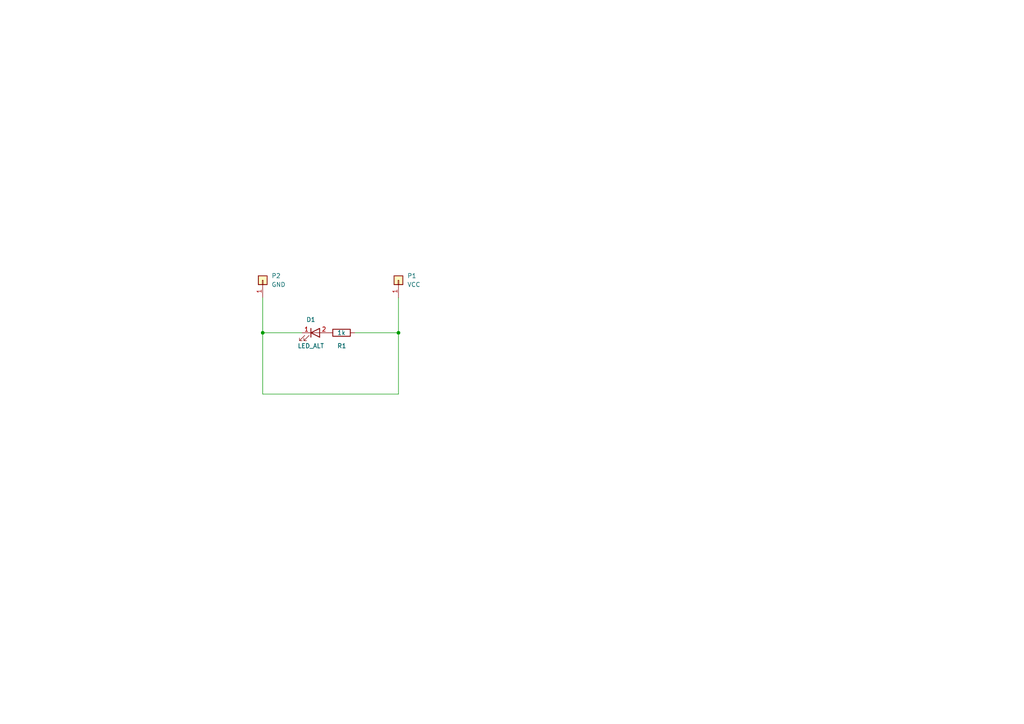
<source format=kicad_sch>
(kicad_sch (version 20211123) (generator eeschema)

  (uuid dd43b382-7c16-4f52-bfa7-b79645cede9a)

  (paper "A4")

  (lib_symbols
    (symbol "Connector_Generic:Conn_01x01" (pin_names (offset 1.016) hide) (in_bom yes) (on_board yes)
      (property "Reference" "J" (id 0) (at 0 2.54 0)
        (effects (font (size 1.27 1.27)))
      )
      (property "Value" "Conn_01x01" (id 1) (at 0 -2.54 0)
        (effects (font (size 1.27 1.27)))
      )
      (property "Footprint" "" (id 2) (at 0 0 0)
        (effects (font (size 1.27 1.27)) hide)
      )
      (property "Datasheet" "~" (id 3) (at 0 0 0)
        (effects (font (size 1.27 1.27)) hide)
      )
      (property "ki_keywords" "connector" (id 4) (at 0 0 0)
        (effects (font (size 1.27 1.27)) hide)
      )
      (property "ki_description" "Generic connector, single row, 01x01, script generated (kicad-library-utils/schlib/autogen/connector/)" (id 5) (at 0 0 0)
        (effects (font (size 1.27 1.27)) hide)
      )
      (property "ki_fp_filters" "Connector*:*_1x??_*" (id 6) (at 0 0 0)
        (effects (font (size 1.27 1.27)) hide)
      )
      (symbol "Conn_01x01_1_1"
        (rectangle (start -1.27 0.127) (end 0 -0.127)
          (stroke (width 0.1524) (type default) (color 0 0 0 0))
          (fill (type none))
        )
        (rectangle (start -1.27 1.27) (end 1.27 -1.27)
          (stroke (width 0.254) (type default) (color 0 0 0 0))
          (fill (type background))
        )
        (pin passive line (at -5.08 0 0) (length 3.81)
          (name "Pin_1" (effects (font (size 1.27 1.27))))
          (number "1" (effects (font (size 1.27 1.27))))
        )
      )
    )
    (symbol "Device:LED" (pin_names (offset 1.016) hide) (in_bom yes) (on_board yes)
      (property "Reference" "D" (id 0) (at 0 2.54 0)
        (effects (font (size 1.27 1.27)))
      )
      (property "Value" "LED" (id 1) (at 0 -2.54 0)
        (effects (font (size 1.27 1.27)))
      )
      (property "Footprint" "" (id 2) (at 0 0 0)
        (effects (font (size 1.27 1.27)) hide)
      )
      (property "Datasheet" "~" (id 3) (at 0 0 0)
        (effects (font (size 1.27 1.27)) hide)
      )
      (property "ki_keywords" "LED diode" (id 4) (at 0 0 0)
        (effects (font (size 1.27 1.27)) hide)
      )
      (property "ki_description" "Light emitting diode" (id 5) (at 0 0 0)
        (effects (font (size 1.27 1.27)) hide)
      )
      (property "ki_fp_filters" "LED* LED_SMD:* LED_THT:*" (id 6) (at 0 0 0)
        (effects (font (size 1.27 1.27)) hide)
      )
      (symbol "LED_0_1"
        (polyline
          (pts
            (xy -1.27 -1.27)
            (xy -1.27 1.27)
          )
          (stroke (width 0.254) (type default) (color 0 0 0 0))
          (fill (type none))
        )
        (polyline
          (pts
            (xy -1.27 0)
            (xy 1.27 0)
          )
          (stroke (width 0) (type default) (color 0 0 0 0))
          (fill (type none))
        )
        (polyline
          (pts
            (xy 1.27 -1.27)
            (xy 1.27 1.27)
            (xy -1.27 0)
            (xy 1.27 -1.27)
          )
          (stroke (width 0.254) (type default) (color 0 0 0 0))
          (fill (type none))
        )
        (polyline
          (pts
            (xy -3.048 -0.762)
            (xy -4.572 -2.286)
            (xy -3.81 -2.286)
            (xy -4.572 -2.286)
            (xy -4.572 -1.524)
          )
          (stroke (width 0) (type default) (color 0 0 0 0))
          (fill (type none))
        )
        (polyline
          (pts
            (xy -1.778 -0.762)
            (xy -3.302 -2.286)
            (xy -2.54 -2.286)
            (xy -3.302 -2.286)
            (xy -3.302 -1.524)
          )
          (stroke (width 0) (type default) (color 0 0 0 0))
          (fill (type none))
        )
      )
      (symbol "LED_1_1"
        (pin passive line (at -3.81 0 0) (length 2.54)
          (name "K" (effects (font (size 1.27 1.27))))
          (number "1" (effects (font (size 1.27 1.27))))
        )
        (pin passive line (at 3.81 0 180) (length 2.54)
          (name "A" (effects (font (size 1.27 1.27))))
          (number "2" (effects (font (size 1.27 1.27))))
        )
      )
    )
    (symbol "Device:R" (pin_numbers hide) (pin_names (offset 0)) (in_bom yes) (on_board yes)
      (property "Reference" "R" (id 0) (at 2.032 0 90)
        (effects (font (size 1.27 1.27)))
      )
      (property "Value" "R" (id 1) (at 0 0 90)
        (effects (font (size 1.27 1.27)))
      )
      (property "Footprint" "" (id 2) (at -1.778 0 90)
        (effects (font (size 1.27 1.27)) hide)
      )
      (property "Datasheet" "~" (id 3) (at 0 0 0)
        (effects (font (size 1.27 1.27)) hide)
      )
      (property "ki_keywords" "R res resistor" (id 4) (at 0 0 0)
        (effects (font (size 1.27 1.27)) hide)
      )
      (property "ki_description" "Resistor" (id 5) (at 0 0 0)
        (effects (font (size 1.27 1.27)) hide)
      )
      (property "ki_fp_filters" "R_*" (id 6) (at 0 0 0)
        (effects (font (size 1.27 1.27)) hide)
      )
      (symbol "R_0_1"
        (rectangle (start -1.016 -2.54) (end 1.016 2.54)
          (stroke (width 0.254) (type default) (color 0 0 0 0))
          (fill (type none))
        )
      )
      (symbol "R_1_1"
        (pin passive line (at 0 3.81 270) (length 1.27)
          (name "~" (effects (font (size 1.27 1.27))))
          (number "1" (effects (font (size 1.27 1.27))))
        )
        (pin passive line (at 0 -3.81 90) (length 1.27)
          (name "~" (effects (font (size 1.27 1.27))))
          (number "2" (effects (font (size 1.27 1.27))))
        )
      )
    )
  )

  (junction (at 115.57 96.52) (diameter 0) (color 0 0 0 0)
    (uuid 795493b7-5e5b-4a1c-911f-7209dc867dbd)
  )
  (junction (at 76.2 96.52) (diameter 0) (color 0 0 0 0)
    (uuid cc7026da-076f-48a1-96bf-4f4fdcdb2e24)
  )

  (wire (pts (xy 115.57 86.36) (xy 115.57 96.52))
    (stroke (width 0) (type default) (color 0 0 0 0))
    (uuid 17a9d0c3-8d30-46e5-aef2-55b03cb59b45)
  )
  (wire (pts (xy 76.2 96.52) (xy 87.63 96.52))
    (stroke (width 0) (type default) (color 0 0 0 0))
    (uuid 4b198db2-0798-4f50-9cd3-9a4a318513ff)
  )
  (wire (pts (xy 115.57 96.52) (xy 115.57 114.3))
    (stroke (width 0) (type default) (color 0 0 0 0))
    (uuid 5d7fecf1-afee-4bc9-ae3e-14098c2549df)
  )
  (wire (pts (xy 76.2 114.3) (xy 76.2 96.52))
    (stroke (width 0) (type default) (color 0 0 0 0))
    (uuid 74ddc4ed-8d4d-4f4f-84ab-d782f892fe4b)
  )
  (wire (pts (xy 102.87 96.52) (xy 115.57 96.52))
    (stroke (width 0) (type default) (color 0 0 0 0))
    (uuid a1bed687-0d83-4a97-bf75-846770f587a9)
  )
  (wire (pts (xy 115.57 114.3) (xy 76.2 114.3))
    (stroke (width 0) (type default) (color 0 0 0 0))
    (uuid feb68c3e-29c0-4c96-9533-a004a77801e6)
  )
  (wire (pts (xy 76.2 96.52) (xy 76.2 86.36))
    (stroke (width 0) (type default) (color 0 0 0 0))
    (uuid feda097c-9f12-4d3d-919a-f66369696e53)
  )

  (symbol (lib_id "Device:R") (at 99.06 96.52 90) (unit 1)
    (in_bom yes) (on_board yes)
    (uuid 204b4b82-e939-4a42-9e16-7cb997df2d42)
    (property "Reference" "R1" (id 0) (at 97.79 100.33 90)
      (effects (font (size 1.27 1.27)) (justify right))
    )
    (property "Value" "1k" (id 1) (at 97.79 96.52 90)
      (effects (font (size 1.27 1.27)) (justify right))
    )
    (property "Footprint" "Resistors_SMD:R_0805_HandSoldering" (id 2) (at 99.06 98.298 90)
      (effects (font (size 1.27 1.27)) hide)
    )
    (property "Datasheet" "~" (id 3) (at 99.06 96.52 0)
      (effects (font (size 1.27 1.27)) hide)
    )
    (pin "1" (uuid 428fb2e1-45f0-4344-b103-ed316c1cb9c4))
    (pin "2" (uuid a266024b-1bb4-4d24-8ded-52be5794477f))
  )

  (symbol (lib_id "Device:LED") (at 91.44 96.52 0) (unit 1)
    (in_bom yes) (on_board yes)
    (uuid 21558b7f-e96c-4b23-8a2b-73b7a27d9dda)
    (property "Reference" "D1" (id 0) (at 90.17 92.71 0))
    (property "Value" "LED_ALT" (id 1) (at 90.17 100.33 0))
    (property "Footprint" "LEDs:LED_0805" (id 2) (at 91.44 96.52 0)
      (effects (font (size 1.27 1.27)) hide)
    )
    (property "Datasheet" "~" (id 3) (at 91.44 96.52 0)
      (effects (font (size 1.27 1.27)) hide)
    )
    (pin "1" (uuid 9d6dfc72-27e1-4aa7-ab08-501be5d3d422))
    (pin "2" (uuid 8013f537-9ea1-411e-bf70-c9662ae1e921))
  )

  (symbol (lib_id "Connector_Generic:Conn_01x01") (at 115.57 81.28 90) (unit 1)
    (in_bom yes) (on_board yes) (fields_autoplaced)
    (uuid 43b28526-415c-465e-8e1b-38c9bc781862)
    (property "Reference" "P1" (id 0) (at 118.11 80.0099 90)
      (effects (font (size 1.27 1.27)) (justify right))
    )
    (property "Value" "VCC" (id 1) (at 118.11 82.5499 90)
      (effects (font (size 1.27 1.27)) (justify right))
    )
    (property "Footprint" "ok1hra:PCB-Large-pad" (id 2) (at 115.57 81.28 0)
      (effects (font (size 1.27 1.27)) hide)
    )
    (property "Datasheet" "~" (id 3) (at 115.57 81.28 0)
      (effects (font (size 1.27 1.27)) hide)
    )
    (pin "1" (uuid 8b347efd-25a4-4181-a810-aabb72d9b925))
  )

  (symbol (lib_id "Connector_Generic:Conn_01x01") (at 76.2 81.28 90) (unit 1)
    (in_bom yes) (on_board yes)
    (uuid 7778e718-85aa-4071-b410-0fe796c23963)
    (property "Reference" "P2" (id 0) (at 78.74 80.01 90)
      (effects (font (size 1.27 1.27)) (justify right))
    )
    (property "Value" "GND" (id 1) (at 78.74 82.55 90)
      (effects (font (size 1.27 1.27)) (justify right))
    )
    (property "Footprint" "ok1hra:PCB-Large-pad" (id 2) (at 76.2 81.28 0)
      (effects (font (size 1.27 1.27)) hide)
    )
    (property "Datasheet" "~" (id 3) (at 76.2 81.28 0)
      (effects (font (size 1.27 1.27)) hide)
    )
    (pin "1" (uuid 2eb96597-cefc-4ada-b659-8eebe7a7ec98))
  )

  (sheet_instances
    (path "/" (page "1"))
  )

  (symbol_instances
    (path "/21558b7f-e96c-4b23-8a2b-73b7a27d9dda"
      (reference "D1") (unit 1) (value "LED_ALT") (footprint "LEDs:LED_0805")
    )
    (path "/43b28526-415c-465e-8e1b-38c9bc781862"
      (reference "P1") (unit 1) (value "VCC") (footprint "ok1hra:PCB-Large-pad")
    )
    (path "/7778e718-85aa-4071-b410-0fe796c23963"
      (reference "P2") (unit 1) (value "GND") (footprint "ok1hra:PCB-Large-pad")
    )
    (path "/204b4b82-e939-4a42-9e16-7cb997df2d42"
      (reference "R1") (unit 1) (value "1k") (footprint "Resistors_SMD:R_0805_HandSoldering")
    )
  )
)

</source>
